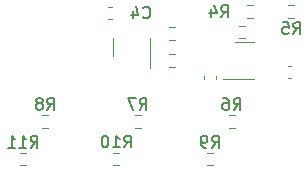
<source format=gbr>
%TF.GenerationSoftware,KiCad,Pcbnew,7.0.5*%
%TF.CreationDate,2024-01-17T23:09:27-05:00*%
%TF.ProjectId,BURNING_R,4255524e-494e-4475-9f52-2e6b69636164,rev?*%
%TF.SameCoordinates,Original*%
%TF.FileFunction,Legend,Bot*%
%TF.FilePolarity,Positive*%
%FSLAX46Y46*%
G04 Gerber Fmt 4.6, Leading zero omitted, Abs format (unit mm)*
G04 Created by KiCad (PCBNEW 7.0.5) date 2024-01-17 23:09:27*
%MOMM*%
%LPD*%
G01*
G04 APERTURE LIST*
%ADD10C,0.150000*%
%ADD11C,0.120000*%
G04 APERTURE END LIST*
D10*
%TO.C,R4*%
X155156666Y-89833440D02*
X155489999Y-89357249D01*
X155728094Y-89833440D02*
X155728094Y-88833440D01*
X155728094Y-88833440D02*
X155347142Y-88833440D01*
X155347142Y-88833440D02*
X155251904Y-88881059D01*
X155251904Y-88881059D02*
X155204285Y-88928678D01*
X155204285Y-88928678D02*
X155156666Y-89023916D01*
X155156666Y-89023916D02*
X155156666Y-89166773D01*
X155156666Y-89166773D02*
X155204285Y-89262011D01*
X155204285Y-89262011D02*
X155251904Y-89309630D01*
X155251904Y-89309630D02*
X155347142Y-89357249D01*
X155347142Y-89357249D02*
X155728094Y-89357249D01*
X154299523Y-89166773D02*
X154299523Y-89833440D01*
X154537618Y-88785821D02*
X154775713Y-89500106D01*
X154775713Y-89500106D02*
X154156666Y-89500106D01*
%TO.C,R9*%
X154386666Y-100863440D02*
X154719999Y-100387249D01*
X154958094Y-100863440D02*
X154958094Y-99863440D01*
X154958094Y-99863440D02*
X154577142Y-99863440D01*
X154577142Y-99863440D02*
X154481904Y-99911059D01*
X154481904Y-99911059D02*
X154434285Y-99958678D01*
X154434285Y-99958678D02*
X154386666Y-100053916D01*
X154386666Y-100053916D02*
X154386666Y-100196773D01*
X154386666Y-100196773D02*
X154434285Y-100292011D01*
X154434285Y-100292011D02*
X154481904Y-100339630D01*
X154481904Y-100339630D02*
X154577142Y-100387249D01*
X154577142Y-100387249D02*
X154958094Y-100387249D01*
X153910475Y-100863440D02*
X153719999Y-100863440D01*
X153719999Y-100863440D02*
X153624761Y-100815821D01*
X153624761Y-100815821D02*
X153577142Y-100768201D01*
X153577142Y-100768201D02*
X153481904Y-100625344D01*
X153481904Y-100625344D02*
X153434285Y-100434868D01*
X153434285Y-100434868D02*
X153434285Y-100053916D01*
X153434285Y-100053916D02*
X153481904Y-99958678D01*
X153481904Y-99958678D02*
X153529523Y-99911059D01*
X153529523Y-99911059D02*
X153624761Y-99863440D01*
X153624761Y-99863440D02*
X153815237Y-99863440D01*
X153815237Y-99863440D02*
X153910475Y-99911059D01*
X153910475Y-99911059D02*
X153958094Y-99958678D01*
X153958094Y-99958678D02*
X154005713Y-100053916D01*
X154005713Y-100053916D02*
X154005713Y-100292011D01*
X154005713Y-100292011D02*
X153958094Y-100387249D01*
X153958094Y-100387249D02*
X153910475Y-100434868D01*
X153910475Y-100434868D02*
X153815237Y-100482487D01*
X153815237Y-100482487D02*
X153624761Y-100482487D01*
X153624761Y-100482487D02*
X153529523Y-100434868D01*
X153529523Y-100434868D02*
X153481904Y-100387249D01*
X153481904Y-100387249D02*
X153434285Y-100292011D01*
%TO.C,R8*%
X140436666Y-97683440D02*
X140769999Y-97207249D01*
X141008094Y-97683440D02*
X141008094Y-96683440D01*
X141008094Y-96683440D02*
X140627142Y-96683440D01*
X140627142Y-96683440D02*
X140531904Y-96731059D01*
X140531904Y-96731059D02*
X140484285Y-96778678D01*
X140484285Y-96778678D02*
X140436666Y-96873916D01*
X140436666Y-96873916D02*
X140436666Y-97016773D01*
X140436666Y-97016773D02*
X140484285Y-97112011D01*
X140484285Y-97112011D02*
X140531904Y-97159630D01*
X140531904Y-97159630D02*
X140627142Y-97207249D01*
X140627142Y-97207249D02*
X141008094Y-97207249D01*
X139865237Y-97112011D02*
X139960475Y-97064392D01*
X139960475Y-97064392D02*
X140008094Y-97016773D01*
X140008094Y-97016773D02*
X140055713Y-96921535D01*
X140055713Y-96921535D02*
X140055713Y-96873916D01*
X140055713Y-96873916D02*
X140008094Y-96778678D01*
X140008094Y-96778678D02*
X139960475Y-96731059D01*
X139960475Y-96731059D02*
X139865237Y-96683440D01*
X139865237Y-96683440D02*
X139674761Y-96683440D01*
X139674761Y-96683440D02*
X139579523Y-96731059D01*
X139579523Y-96731059D02*
X139531904Y-96778678D01*
X139531904Y-96778678D02*
X139484285Y-96873916D01*
X139484285Y-96873916D02*
X139484285Y-96921535D01*
X139484285Y-96921535D02*
X139531904Y-97016773D01*
X139531904Y-97016773D02*
X139579523Y-97064392D01*
X139579523Y-97064392D02*
X139674761Y-97112011D01*
X139674761Y-97112011D02*
X139865237Y-97112011D01*
X139865237Y-97112011D02*
X139960475Y-97159630D01*
X139960475Y-97159630D02*
X140008094Y-97207249D01*
X140008094Y-97207249D02*
X140055713Y-97302487D01*
X140055713Y-97302487D02*
X140055713Y-97492963D01*
X140055713Y-97492963D02*
X140008094Y-97588201D01*
X140008094Y-97588201D02*
X139960475Y-97635821D01*
X139960475Y-97635821D02*
X139865237Y-97683440D01*
X139865237Y-97683440D02*
X139674761Y-97683440D01*
X139674761Y-97683440D02*
X139579523Y-97635821D01*
X139579523Y-97635821D02*
X139531904Y-97588201D01*
X139531904Y-97588201D02*
X139484285Y-97492963D01*
X139484285Y-97492963D02*
X139484285Y-97302487D01*
X139484285Y-97302487D02*
X139531904Y-97207249D01*
X139531904Y-97207249D02*
X139579523Y-97159630D01*
X139579523Y-97159630D02*
X139674761Y-97112011D01*
%TO.C,R5*%
X161286666Y-91243440D02*
X161619999Y-90767249D01*
X161858094Y-91243440D02*
X161858094Y-90243440D01*
X161858094Y-90243440D02*
X161477142Y-90243440D01*
X161477142Y-90243440D02*
X161381904Y-90291059D01*
X161381904Y-90291059D02*
X161334285Y-90338678D01*
X161334285Y-90338678D02*
X161286666Y-90433916D01*
X161286666Y-90433916D02*
X161286666Y-90576773D01*
X161286666Y-90576773D02*
X161334285Y-90672011D01*
X161334285Y-90672011D02*
X161381904Y-90719630D01*
X161381904Y-90719630D02*
X161477142Y-90767249D01*
X161477142Y-90767249D02*
X161858094Y-90767249D01*
X160381904Y-90243440D02*
X160858094Y-90243440D01*
X160858094Y-90243440D02*
X160905713Y-90719630D01*
X160905713Y-90719630D02*
X160858094Y-90672011D01*
X160858094Y-90672011D02*
X160762856Y-90624392D01*
X160762856Y-90624392D02*
X160524761Y-90624392D01*
X160524761Y-90624392D02*
X160429523Y-90672011D01*
X160429523Y-90672011D02*
X160381904Y-90719630D01*
X160381904Y-90719630D02*
X160334285Y-90814868D01*
X160334285Y-90814868D02*
X160334285Y-91052963D01*
X160334285Y-91052963D02*
X160381904Y-91148201D01*
X160381904Y-91148201D02*
X160429523Y-91195821D01*
X160429523Y-91195821D02*
X160524761Y-91243440D01*
X160524761Y-91243440D02*
X160762856Y-91243440D01*
X160762856Y-91243440D02*
X160858094Y-91195821D01*
X160858094Y-91195821D02*
X160905713Y-91148201D01*
%TO.C,C4*%
X148546666Y-89838201D02*
X148594285Y-89885821D01*
X148594285Y-89885821D02*
X148737142Y-89933440D01*
X148737142Y-89933440D02*
X148832380Y-89933440D01*
X148832380Y-89933440D02*
X148975237Y-89885821D01*
X148975237Y-89885821D02*
X149070475Y-89790582D01*
X149070475Y-89790582D02*
X149118094Y-89695344D01*
X149118094Y-89695344D02*
X149165713Y-89504868D01*
X149165713Y-89504868D02*
X149165713Y-89362011D01*
X149165713Y-89362011D02*
X149118094Y-89171535D01*
X149118094Y-89171535D02*
X149070475Y-89076297D01*
X149070475Y-89076297D02*
X148975237Y-88981059D01*
X148975237Y-88981059D02*
X148832380Y-88933440D01*
X148832380Y-88933440D02*
X148737142Y-88933440D01*
X148737142Y-88933440D02*
X148594285Y-88981059D01*
X148594285Y-88981059D02*
X148546666Y-89028678D01*
X147689523Y-89266773D02*
X147689523Y-89933440D01*
X147927618Y-88885821D02*
X148165713Y-89600106D01*
X148165713Y-89600106D02*
X147546666Y-89600106D01*
%TO.C,R10*%
X146942857Y-100853440D02*
X147276190Y-100377249D01*
X147514285Y-100853440D02*
X147514285Y-99853440D01*
X147514285Y-99853440D02*
X147133333Y-99853440D01*
X147133333Y-99853440D02*
X147038095Y-99901059D01*
X147038095Y-99901059D02*
X146990476Y-99948678D01*
X146990476Y-99948678D02*
X146942857Y-100043916D01*
X146942857Y-100043916D02*
X146942857Y-100186773D01*
X146942857Y-100186773D02*
X146990476Y-100282011D01*
X146990476Y-100282011D02*
X147038095Y-100329630D01*
X147038095Y-100329630D02*
X147133333Y-100377249D01*
X147133333Y-100377249D02*
X147514285Y-100377249D01*
X145990476Y-100853440D02*
X146561904Y-100853440D01*
X146276190Y-100853440D02*
X146276190Y-99853440D01*
X146276190Y-99853440D02*
X146371428Y-99996297D01*
X146371428Y-99996297D02*
X146466666Y-100091535D01*
X146466666Y-100091535D02*
X146561904Y-100139154D01*
X145371428Y-99853440D02*
X145276190Y-99853440D01*
X145276190Y-99853440D02*
X145180952Y-99901059D01*
X145180952Y-99901059D02*
X145133333Y-99948678D01*
X145133333Y-99948678D02*
X145085714Y-100043916D01*
X145085714Y-100043916D02*
X145038095Y-100234392D01*
X145038095Y-100234392D02*
X145038095Y-100472487D01*
X145038095Y-100472487D02*
X145085714Y-100662963D01*
X145085714Y-100662963D02*
X145133333Y-100758201D01*
X145133333Y-100758201D02*
X145180952Y-100805821D01*
X145180952Y-100805821D02*
X145276190Y-100853440D01*
X145276190Y-100853440D02*
X145371428Y-100853440D01*
X145371428Y-100853440D02*
X145466666Y-100805821D01*
X145466666Y-100805821D02*
X145514285Y-100758201D01*
X145514285Y-100758201D02*
X145561904Y-100662963D01*
X145561904Y-100662963D02*
X145609523Y-100472487D01*
X145609523Y-100472487D02*
X145609523Y-100234392D01*
X145609523Y-100234392D02*
X145561904Y-100043916D01*
X145561904Y-100043916D02*
X145514285Y-99948678D01*
X145514285Y-99948678D02*
X145466666Y-99901059D01*
X145466666Y-99901059D02*
X145371428Y-99853440D01*
%TO.C,R11*%
X139042857Y-100863440D02*
X139376190Y-100387249D01*
X139614285Y-100863440D02*
X139614285Y-99863440D01*
X139614285Y-99863440D02*
X139233333Y-99863440D01*
X139233333Y-99863440D02*
X139138095Y-99911059D01*
X139138095Y-99911059D02*
X139090476Y-99958678D01*
X139090476Y-99958678D02*
X139042857Y-100053916D01*
X139042857Y-100053916D02*
X139042857Y-100196773D01*
X139042857Y-100196773D02*
X139090476Y-100292011D01*
X139090476Y-100292011D02*
X139138095Y-100339630D01*
X139138095Y-100339630D02*
X139233333Y-100387249D01*
X139233333Y-100387249D02*
X139614285Y-100387249D01*
X138090476Y-100863440D02*
X138661904Y-100863440D01*
X138376190Y-100863440D02*
X138376190Y-99863440D01*
X138376190Y-99863440D02*
X138471428Y-100006297D01*
X138471428Y-100006297D02*
X138566666Y-100101535D01*
X138566666Y-100101535D02*
X138661904Y-100149154D01*
X137138095Y-100863440D02*
X137709523Y-100863440D01*
X137423809Y-100863440D02*
X137423809Y-99863440D01*
X137423809Y-99863440D02*
X137519047Y-100006297D01*
X137519047Y-100006297D02*
X137614285Y-100101535D01*
X137614285Y-100101535D02*
X137709523Y-100149154D01*
%TO.C,R7*%
X148256666Y-97673440D02*
X148589999Y-97197249D01*
X148828094Y-97673440D02*
X148828094Y-96673440D01*
X148828094Y-96673440D02*
X148447142Y-96673440D01*
X148447142Y-96673440D02*
X148351904Y-96721059D01*
X148351904Y-96721059D02*
X148304285Y-96768678D01*
X148304285Y-96768678D02*
X148256666Y-96863916D01*
X148256666Y-96863916D02*
X148256666Y-97006773D01*
X148256666Y-97006773D02*
X148304285Y-97102011D01*
X148304285Y-97102011D02*
X148351904Y-97149630D01*
X148351904Y-97149630D02*
X148447142Y-97197249D01*
X148447142Y-97197249D02*
X148828094Y-97197249D01*
X147923332Y-96673440D02*
X147256666Y-96673440D01*
X147256666Y-96673440D02*
X147685237Y-97673440D01*
%TO.C,R6*%
X156216666Y-97683440D02*
X156549999Y-97207249D01*
X156788094Y-97683440D02*
X156788094Y-96683440D01*
X156788094Y-96683440D02*
X156407142Y-96683440D01*
X156407142Y-96683440D02*
X156311904Y-96731059D01*
X156311904Y-96731059D02*
X156264285Y-96778678D01*
X156264285Y-96778678D02*
X156216666Y-96873916D01*
X156216666Y-96873916D02*
X156216666Y-97016773D01*
X156216666Y-97016773D02*
X156264285Y-97112011D01*
X156264285Y-97112011D02*
X156311904Y-97159630D01*
X156311904Y-97159630D02*
X156407142Y-97207249D01*
X156407142Y-97207249D02*
X156788094Y-97207249D01*
X155359523Y-96683440D02*
X155549999Y-96683440D01*
X155549999Y-96683440D02*
X155645237Y-96731059D01*
X155645237Y-96731059D02*
X155692856Y-96778678D01*
X155692856Y-96778678D02*
X155788094Y-96921535D01*
X155788094Y-96921535D02*
X155835713Y-97112011D01*
X155835713Y-97112011D02*
X155835713Y-97492963D01*
X155835713Y-97492963D02*
X155788094Y-97588201D01*
X155788094Y-97588201D02*
X155740475Y-97635821D01*
X155740475Y-97635821D02*
X155645237Y-97683440D01*
X155645237Y-97683440D02*
X155454761Y-97683440D01*
X155454761Y-97683440D02*
X155359523Y-97635821D01*
X155359523Y-97635821D02*
X155311904Y-97588201D01*
X155311904Y-97588201D02*
X155264285Y-97492963D01*
X155264285Y-97492963D02*
X155264285Y-97254868D01*
X155264285Y-97254868D02*
X155311904Y-97159630D01*
X155311904Y-97159630D02*
X155359523Y-97112011D01*
X155359523Y-97112011D02*
X155454761Y-97064392D01*
X155454761Y-97064392D02*
X155645237Y-97064392D01*
X155645237Y-97064392D02*
X155740475Y-97112011D01*
X155740475Y-97112011D02*
X155788094Y-97159630D01*
X155788094Y-97159630D02*
X155835713Y-97254868D01*
D11*
%TO.C,C6*%
X153740000Y-94782354D02*
X153740000Y-95074888D01*
X154760000Y-94782354D02*
X154760000Y-95074888D01*
%TO.C,R3*%
X157147224Y-90536121D02*
X156637776Y-90536121D01*
X157147224Y-91581121D02*
X156637776Y-91581121D01*
%TO.C,R4*%
X157375276Y-89881121D02*
X157884724Y-89881121D01*
X157375276Y-88836121D02*
X157884724Y-88836121D01*
%TO.C,R9*%
X154474724Y-102361121D02*
X153965276Y-102361121D01*
X154474724Y-101316121D02*
X153965276Y-101316121D01*
%TO.C,R8*%
X140524724Y-99181121D02*
X140015276Y-99181121D01*
X140524724Y-98136121D02*
X140015276Y-98136121D01*
%TO.C,U3*%
X157130000Y-91948621D02*
X156330000Y-91948621D01*
X157130000Y-91948621D02*
X157930000Y-91948621D01*
X157130000Y-95068621D02*
X155330000Y-95068621D01*
X157130000Y-95068621D02*
X157930000Y-95068621D01*
%TO.C,R5*%
X160865276Y-88836121D02*
X161374724Y-88836121D01*
X160865276Y-89881121D02*
X161374724Y-89881121D01*
%TO.C,R1*%
X151294724Y-91721121D02*
X150785276Y-91721121D01*
X151294724Y-90676121D02*
X150785276Y-90676121D01*
%TO.C,C4*%
X145896267Y-89978621D02*
X145603733Y-89978621D01*
X145896267Y-88958621D02*
X145603733Y-88958621D01*
%TO.C,R10*%
X146554724Y-102351121D02*
X146045276Y-102351121D01*
X146554724Y-101306121D02*
X146045276Y-101306121D01*
%TO.C,R11*%
X138654724Y-102361121D02*
X138145276Y-102361121D01*
X138654724Y-101316121D02*
X138145276Y-101316121D01*
%TO.C,R2*%
X150785276Y-92966121D02*
X151294724Y-92966121D01*
X150785276Y-94011121D02*
X151294724Y-94011121D01*
%TO.C,U2*%
X145990000Y-92348621D02*
X145990000Y-93148621D01*
X145990000Y-92348621D02*
X145990000Y-91548621D01*
X149110000Y-92348621D02*
X149110000Y-94148621D01*
X149110000Y-92348621D02*
X149110000Y-91548621D01*
%TO.C,R7*%
X148344724Y-99171121D02*
X147835276Y-99171121D01*
X148344724Y-98126121D02*
X147835276Y-98126121D01*
%TO.C,R6*%
X156304724Y-99181121D02*
X155795276Y-99181121D01*
X156304724Y-98136121D02*
X155795276Y-98136121D01*
%TO.C,C5*%
X161108767Y-94968621D02*
X160816233Y-94968621D01*
X161108767Y-93948621D02*
X160816233Y-93948621D01*
%TD*%
M02*

</source>
